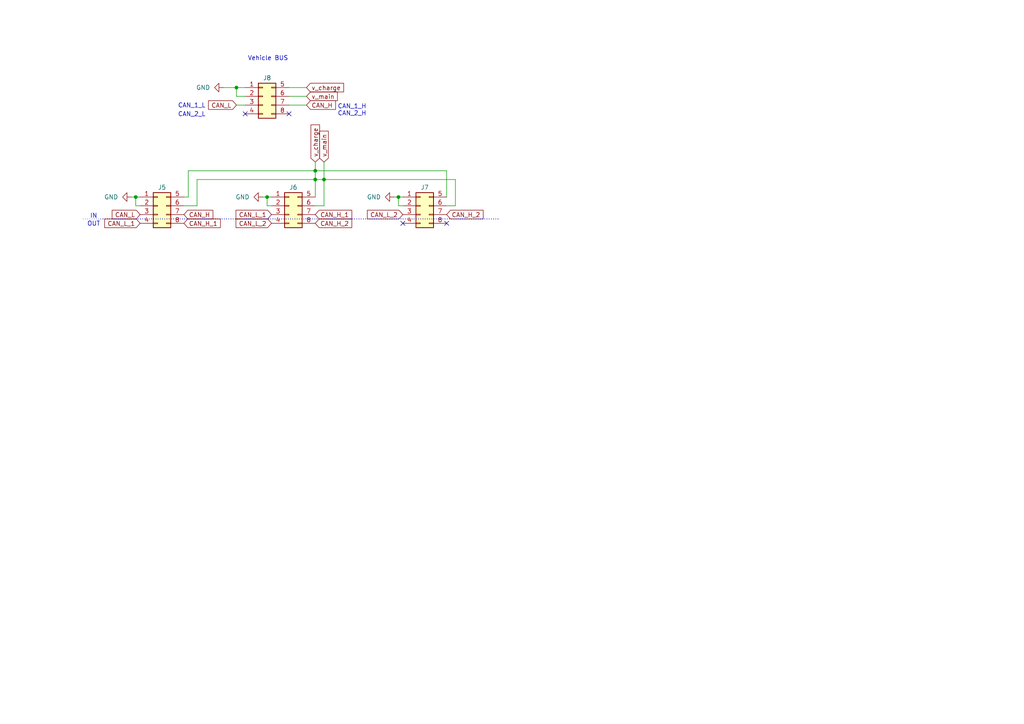
<source format=kicad_sch>
(kicad_sch (version 20250114) (generator "eeschema") (generator_version "9.0")
  (paper "A4")
  (lib_symbols
    (symbol "Connector_Generic:Conn_02x04_Top_Bottom" (pin_names (offset 1.016) (hide yes))
      (property "Reference" "J" (at 1.27 5.08 0))
      (property "Value" "Conn_02x04_Top_Bottom" (at 1.27 -7.62 0))
      (symbol "Conn_02x04_Top_Bottom_1_1"
        (rectangle (start -1.27 3.81) (end 3.81 -6.35) (stroke (width 0.254)) (fill (type background)))
        (rectangle (start -1.27 2.667) (end 0 2.413) (stroke (width 0.1524)))
        (rectangle (start -1.27 0.127) (end 0 -0.127) (stroke (width 0.1524)))
        (rectangle (start -1.27 -2.413) (end 0 -2.667) (stroke (width 0.1524)))
        (rectangle (start -1.27 -4.953) (end 0 -5.207) (stroke (width 0.1524)))
        (rectangle (start 3.81 2.667) (end 2.54 2.413) (stroke (width 0.1524)))
        (rectangle (start 3.81 0.127) (end 2.54 -0.127) (stroke (width 0.1524)))
        (rectangle (start 3.81 -2.413) (end 2.54 -2.667) (stroke (width 0.1524)))
        (rectangle (start 3.81 -4.953) (end 2.54 -5.207) (stroke (width 0.1524)))
        (pin passive line (at -5.08 2.54 0) (length 3.81) (name "Pin_1") (number "1"))
        (pin passive line (at -5.08 0 0) (length 3.81) (name "Pin_2") (number "2"))
        (pin passive line (at -5.08 -2.54 0) (length 3.81) (name "Pin_3") (number "3"))
        (pin passive line (at -5.08 -5.08 0) (length 3.81) (name "Pin_4") (number "4"))
        (pin passive line (at 7.62 2.54 180) (length 3.81) (name "Pin_5") (number "5"))
        (pin passive line (at 7.62 0 180) (length 3.81) (name "Pin_6") (number "6"))
        (pin passive line (at 7.62 -2.54 180) (length 3.81) (name "Pin_7") (number "7"))
        (pin passive line (at 7.62 -5.08 180) (length 3.81) (name "Pin_8") (number "8"))
      )
    )
    (symbol "power:GND" (power) (pin_names (offset 0))
      (property "Value" "GND" (at 0 -3.81 0))
      (symbol "GND_0_1"
        (polyline (pts (xy 0 0) (xy 0 -1.27) (xy 1.27 -1.27) (xy 0 -2.54) (xy -1.27 -1.27) (xy 0 -1.27)))
      )
      (symbol "GND_1_1"
        (pin power_in line (at 0 0 270) (length 0) (hide yes) (name "GND") (number "1"))
      )
    )
  )
  (text "OUT" (at 27.178 65.024 0) (effects (font (size 1.27 1.27))))
  (text "Vehicle BUS" (at 77.724 17.018 0) (effects (font (size 1.27 1.27))))
  (text "CAN_1_L" (at 55.626 30.734 0) (effects (font (size 1.27 1.27))))
  (text "CAN_2_H" (at 102.108 33.02 0) (effects (font (size 1.27 1.27))))
  (text "IN" (at 27.178 62.738 0) (effects (font (size 1.27 1.27))))
  (text "CAN_2_L" (at 55.626 33.274 0) (effects (font (size 1.27 1.27))))
  (text "CAN_1_H" (at 102.108 30.988 0) (effects (font (size 1.27 1.27))))
  (junction (at 77.47 57.15))
  (junction (at 91.44 49.53))
  (junction (at 93.98 52.07))
  (junction (at 68.58 25.4))
  (junction (at 115.57 57.15))
  (junction (at 39.37 57.15))
  (junction (at 91.44 52.07))
  (no_connect (at 71.12 33.02))
  (no_connect (at 129.54 64.77))
  (no_connect (at 116.84 64.77))
  (no_connect (at 83.82 33.02))
  (wire (pts (xy 68.58 27.94) (xy 68.58 25.4)))
  (wire (pts (xy 132.08 59.69) (xy 129.54 59.69)))
  (wire (pts (xy 91.44 52.07) (xy 91.44 57.15)))
  (wire (pts (xy 53.34 59.69) (xy 57.15 59.69)))
  (wire (pts (xy 116.84 59.69) (xy 115.57 59.69)))
  (wire (pts (xy 91.44 52.07) (xy 93.98 52.07)))
  (wire (pts (xy 93.98 52.07) (xy 132.08 52.07)))
  (polyline (pts (xy 29.21 63.5) (xy 144.78 63.5)) (stroke (width 0) (type dot)))
  (wire (pts (xy 114.3 57.15) (xy 115.57 57.15)))
  (wire (pts (xy 91.44 49.53) (xy 129.54 49.53)))
  (wire (pts (xy 77.47 59.69) (xy 77.47 57.15)))
  (wire (pts (xy 77.47 57.15) (xy 78.74 57.15)))
  (polyline (pts (xy 29.21 63.5) (xy 144.78 63.5)) (stroke (width 0) (type dot)))
  (wire (pts (xy 54.61 49.53) (xy 91.44 49.53)))
  (wire (pts (xy 38.1 57.15) (xy 39.37 57.15)))
  (wire (pts (xy 39.37 57.15) (xy 40.64 57.15)))
  (wire (pts (xy 54.61 57.15) (xy 54.61 49.53)))
  (wire (pts (xy 83.82 25.4) (xy 88.9 25.4)))
  (wire (pts (xy 91.44 46.99) (xy 91.44 49.53)))
  (wire (pts (xy 76.2 57.15) (xy 77.47 57.15)))
  (wire (pts (xy 40.64 59.69) (xy 39.37 59.69)))
  (wire (pts (xy 115.57 57.15) (xy 116.84 57.15)))
  (wire (pts (xy 91.44 59.69) (xy 93.98 59.69)))
  (wire (pts (xy 78.74 59.69) (xy 77.47 59.69)))
  (wire (pts (xy 93.98 46.99) (xy 93.98 52.07)))
  (wire (pts (xy 68.58 25.4) (xy 71.12 25.4)))
  (wire (pts (xy 71.12 27.94) (xy 68.58 27.94)))
  (wire (pts (xy 68.58 30.48) (xy 71.12 30.48)))
  (wire (pts (xy 57.15 59.69) (xy 57.15 52.07)))
  (wire (pts (xy 83.82 27.94) (xy 88.9 27.94)))
  (wire (pts (xy 64.77 25.4) (xy 68.58 25.4)))
  (wire (pts (xy 39.37 59.69) (xy 39.37 57.15)))
  (wire (pts (xy 93.98 59.69) (xy 93.98 52.07)))
  (wire (pts (xy 53.34 57.15) (xy 54.61 57.15)))
  (wire (pts (xy 129.54 57.15) (xy 129.54 49.53)))
  (wire (pts (xy 132.08 52.07) (xy 132.08 59.69)))
  (wire (pts (xy 88.9 30.48) (xy 83.82 30.48)))
  (wire (pts (xy 91.44 49.53) (xy 91.44 52.07)))
  (polyline (pts (xy 29.21 63.5) (xy 144.78 63.5)) (stroke (width 0) (type dot)))
  (wire (pts (xy 115.57 59.69) (xy 115.57 57.15)))
  (polyline (pts (xy 24.13 63.5) (xy 29.21 63.5)) (stroke (width 0) (type dot)))
  (wire (pts (xy 57.15 52.07) (xy 91.44 52.07)))
  (global_label "CAN_H_2" (shape input) (at 129.54 62.23 0) (property "Intersheetrefs" "${INTERSHEET_REFS}" (effects (hide yes))))
  (global_label "CAN_L_1" (shape input) (at 40.64 64.77 180) (property "Intersheetrefs" "${INTERSHEET_REFS}" (effects (hide yes))))
  (global_label "CAN_H_1" (shape input) (at 53.34 64.77 0) (property "Intersheetrefs" "${INTERSHEET_REFS}" (effects (hide yes))))
  (global_label "CAN_H_2" (shape input) (at 91.44 64.77 0) (property "Intersheetrefs" "${INTERSHEET_REFS}" (effects (hide yes))))
  (global_label "v_main" (shape input) (at 88.9 27.94 0) (property "Intersheetrefs" "${INTERSHEET_REFS}" (effects (hide yes))))
  (global_label "v_charge" (shape input) (at 88.9 25.4 0) (property "Intersheetrefs" "${INTERSHEET_REFS}" (effects (hide yes))))
  (global_label "CAN_H" (shape input) (at 53.34 62.23 0) (property "Intersheetrefs" "${INTERSHEET_REFS}" (effects (hide yes))))
  (global_label "v_charge" (shape input) (at 91.44 46.99 90) (property "Intersheetrefs" "${INTERSHEET_REFS}" (effects (hide yes))))
  (global_label "v_main" (shape input) (at 93.98 46.99 90) (property "Intersheetrefs" "${INTERSHEET_REFS}" (effects (hide yes))))
  (global_label "CAN_L_1" (shape input) (at 78.74 62.23 180) (property "Intersheetrefs" "${INTERSHEET_REFS}" (effects (hide yes))))
  (global_label "CAN_L" (shape input) (at 68.58 30.48 180) (property "Intersheetrefs" "${INTERSHEET_REFS}" (effects (hide yes))))
  (global_label "CAN_H" (shape input) (at 88.9 30.48 0) (property "Intersheetrefs" "${INTERSHEET_REFS}" (effects (hide yes))))
  (global_label "CAN_L_2" (shape input) (at 116.84 62.23 180) (property "Intersheetrefs" "${INTERSHEET_REFS}" (effects (hide yes))))
  (global_label "CAN_L" (shape input) (at 40.64 62.23 180) (property "Intersheetrefs" "${INTERSHEET_REFS}" (effects (hide yes))))
  (global_label "CAN_H_1" (shape input) (at 91.44 62.23 0) (property "Intersheetrefs" "${INTERSHEET_REFS}" (effects (hide yes))))
  (global_label "CAN_L_2" (shape input) (at 78.74 64.77 180) (property "Intersheetrefs" "${INTERSHEET_REFS}" (effects (hide yes))))
  (symbol (lib_id "Connector_Generic:Conn_02x04_Top_Bottom") (at 76.2 27.94 0) (unit 1)
    (property "Reference" "J8" (at 77.47 22.606 0))
    (property "Footprint" "Connector_Molex:Molex_Micro-Fit_3.0_43045-0800_2x04_P3.00mm_Horizontal" (effects (hide yes)))
  )
  (symbol (lib_id "power:GND") (at 76.2 57.15 270) (unit 1)
    (property "Reference" "#PWR094" (effects (hide yes)))
    (property "Value" "GND" (at 72.39 57.1499 90) (effects (justify right)))
  )
  (symbol (lib_id "power:GND") (at 38.1 57.15 270) (unit 1)
    (property "Reference" "#PWR093" (effects (hide yes)))
    (property "Value" "GND" (at 34.29 57.1499 90) (effects (justify right)))
  )
  (symbol (lib_id "power:GND") (at 64.77 25.4 270) (unit 1)
    (property "Reference" "#PWR092" (effects (hide yes)))
    (property "Value" "GND" (at 60.96 25.3999 90) (effects (justify right)))
  )
  (symbol (lib_id "Connector_Generic:Conn_02x04_Top_Bottom") (at 121.92 59.69 0) (unit 1)
    (property "Reference" "J7" (at 123.19 54.356 0))
    (property "Value" "Conn_02x04_Top_Bottom" (effects (hide yes)))
    (property "Datasheet" "https://www.mouser.de/datasheet/2/40/9159_800-3513006.pdf" (effects (hide yes)))
    (property "Mouser-Nr.:" "581-009159008801906" (effects (hide yes)))
  )
  (symbol (lib_id "Connector_Generic:Conn_02x04_Top_Bottom") (at 45.72 59.69 0) (unit 1)
    (property "Reference" "J5" (at 46.99 54.356 0))
    (property "Value" "Conn_02x04_Top_Bottom" (effects (hide yes)))
    (property "Datasheet" "https://www.mouser.de/datasheet/2/40/9159_800-3513006.pdf" (effects (hide yes)))
    (property "Mouser-Nr.:" "581-009159008801906" (effects (hide yes)))
  )
  (symbol (lib_id "Connector_Generic:Conn_02x04_Top_Bottom") (at 83.82 59.69 0) (unit 1)
    (property "Reference" "J6" (at 85.09 54.356 0))
    (property "Value" "Conn_02x04_Top_Bottom" (effects (hide yes)))
    (property "Datasheet" "https://www.mouser.de/datasheet/2/40/9159_800-3513006.pdf" (effects (hide yes)))
    (property "Mouser-Nr.:" "581-009159008801906" (effects (hide yes)))
  )
  (symbol (lib_id "power:GND") (at 114.3 57.15 270) (unit 1)
    (property "Reference" "#PWR095" (effects (hide yes)))
    (property "Value" "GND" (at 110.49 57.1499 90) (effects (justify right)))
  )
)
</source>
